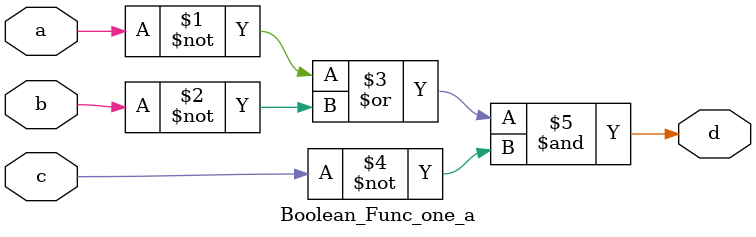
<source format=v>
`timescale 1ns / 1ps


module Boolean_Func_one_a(
    input a, b, c,
    output d    
    );
    assign d = ((~a)|(~b)) & (~c);
endmodule

</source>
